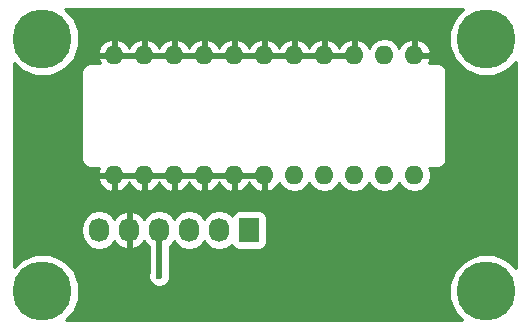
<source format=gbl>
G04 #@! TF.FileFunction,Copper,L2,Bot,Signal*
%FSLAX46Y46*%
G04 Gerber Fmt 4.6, Leading zero omitted, Abs format (unit mm)*
G04 Created by KiCad (PCBNEW 4.0.5+dfsg1-4) date Sat Mar 17 17:37:26 2018*
%MOMM*%
%LPD*%
G01*
G04 APERTURE LIST*
%ADD10C,0.100000*%
%ADD11R,1.727200X2.032000*%
%ADD12O,1.727200X2.032000*%
%ADD13O,1.600000X1.600000*%
%ADD14C,5.000000*%
%ADD15C,0.600000*%
%ADD16C,0.508000*%
%ADD17C,0.254000*%
G04 APERTURE END LIST*
D10*
D11*
X128264880Y-93297760D03*
D12*
X125724880Y-93297760D03*
X123184880Y-93297760D03*
X120644880Y-93297760D03*
X118104880Y-93297760D03*
X115564880Y-93297760D03*
D13*
X142240000Y-88646000D03*
X139700000Y-88646000D03*
X137160000Y-88646000D03*
X134620000Y-88646000D03*
X132080000Y-88646000D03*
X129540000Y-88646000D03*
X127000000Y-88646000D03*
X124460000Y-88646000D03*
X121920000Y-88646000D03*
X119380000Y-88646000D03*
X116840000Y-88646000D03*
X116840000Y-78486000D03*
X119380000Y-78486000D03*
X121920000Y-78486000D03*
X124460000Y-78486000D03*
X127000000Y-78486000D03*
X129540000Y-78486000D03*
X132080000Y-78486000D03*
X134620000Y-78486000D03*
X137160000Y-78486000D03*
X139700000Y-78486000D03*
X142240000Y-78486000D03*
D14*
X110764880Y-77097760D03*
X148364880Y-77097760D03*
X110764880Y-98497760D03*
X148364880Y-98497760D03*
D15*
X140064880Y-99097760D03*
X119264880Y-99597760D03*
X125064880Y-97097760D03*
X132364880Y-98697760D03*
X145364880Y-90997760D03*
X120664880Y-97197760D03*
D16*
X120644880Y-97177760D02*
X120664880Y-97197760D01*
X120644880Y-97177760D02*
X120644880Y-94097760D01*
D17*
G36*
X145708706Y-75319607D02*
X145230426Y-76471434D01*
X145229337Y-77718614D01*
X145705607Y-78871275D01*
X146586727Y-79753934D01*
X147738554Y-80232214D01*
X148985734Y-80233303D01*
X150138395Y-79757033D01*
X150854880Y-79041797D01*
X150854880Y-96554676D01*
X150143033Y-95841586D01*
X148991206Y-95363306D01*
X147744026Y-95362217D01*
X146591365Y-95838487D01*
X145708706Y-96719607D01*
X145230426Y-97871434D01*
X145229337Y-99118614D01*
X145705607Y-100271275D01*
X146321017Y-100887760D01*
X112808138Y-100887760D01*
X113421054Y-100275913D01*
X113899334Y-99124086D01*
X113900423Y-97876906D01*
X113424153Y-96724245D01*
X112543033Y-95841586D01*
X111391206Y-95363306D01*
X110144026Y-95362217D01*
X108991365Y-95838487D01*
X108374880Y-96453897D01*
X108374880Y-93113015D01*
X114066280Y-93113015D01*
X114066280Y-93482505D01*
X114180354Y-94055994D01*
X114505210Y-94542175D01*
X114991391Y-94867031D01*
X115564880Y-94981105D01*
X116138369Y-94867031D01*
X116624550Y-94542175D01*
X116831341Y-94232691D01*
X117202844Y-94648492D01*
X117730089Y-94902469D01*
X117745854Y-94905118D01*
X117977880Y-94783977D01*
X117977880Y-93424760D01*
X117957880Y-93424760D01*
X117957880Y-93170760D01*
X117977880Y-93170760D01*
X117977880Y-91811543D01*
X118231880Y-91811543D01*
X118231880Y-93170760D01*
X118251880Y-93170760D01*
X118251880Y-93424760D01*
X118231880Y-93424760D01*
X118231880Y-94783977D01*
X118463906Y-94905118D01*
X118479671Y-94902469D01*
X119006916Y-94648492D01*
X119378419Y-94232691D01*
X119585210Y-94542175D01*
X119755880Y-94656213D01*
X119755880Y-96948736D01*
X119730042Y-97010961D01*
X119729718Y-97382927D01*
X119871763Y-97726703D01*
X120134553Y-97989952D01*
X120478081Y-98132598D01*
X120850047Y-98132922D01*
X121193823Y-97990877D01*
X121457072Y-97728087D01*
X121599718Y-97384559D01*
X121600042Y-97012593D01*
X121533880Y-96852468D01*
X121533880Y-94656213D01*
X121704550Y-94542175D01*
X121914880Y-94227394D01*
X122125210Y-94542175D01*
X122611391Y-94867031D01*
X123184880Y-94981105D01*
X123758369Y-94867031D01*
X124244550Y-94542175D01*
X124454880Y-94227394D01*
X124665210Y-94542175D01*
X125151391Y-94867031D01*
X125724880Y-94981105D01*
X126298369Y-94867031D01*
X126784550Y-94542175D01*
X126794123Y-94527847D01*
X126798118Y-94549077D01*
X126937190Y-94765201D01*
X127149390Y-94910191D01*
X127401280Y-94961200D01*
X129128480Y-94961200D01*
X129363797Y-94916922D01*
X129579921Y-94777850D01*
X129724911Y-94565650D01*
X129775920Y-94313760D01*
X129775920Y-92281760D01*
X129731642Y-92046443D01*
X129592570Y-91830319D01*
X129380370Y-91685329D01*
X129128480Y-91634320D01*
X127401280Y-91634320D01*
X127165963Y-91678598D01*
X126949839Y-91817670D01*
X126804849Y-92029870D01*
X126796480Y-92071199D01*
X126784550Y-92053345D01*
X126298369Y-91728489D01*
X125724880Y-91614415D01*
X125151391Y-91728489D01*
X124665210Y-92053345D01*
X124454880Y-92368126D01*
X124244550Y-92053345D01*
X123758369Y-91728489D01*
X123184880Y-91614415D01*
X122611391Y-91728489D01*
X122125210Y-92053345D01*
X121914880Y-92368126D01*
X121704550Y-92053345D01*
X121218369Y-91728489D01*
X120644880Y-91614415D01*
X120071391Y-91728489D01*
X119585210Y-92053345D01*
X119378419Y-92362829D01*
X119006916Y-91947028D01*
X118479671Y-91693051D01*
X118463906Y-91690402D01*
X118231880Y-91811543D01*
X117977880Y-91811543D01*
X117745854Y-91690402D01*
X117730089Y-91693051D01*
X117202844Y-91947028D01*
X116831341Y-92362829D01*
X116624550Y-92053345D01*
X116138369Y-91728489D01*
X115564880Y-91614415D01*
X114991391Y-91728489D01*
X114505210Y-92053345D01*
X114180354Y-92539526D01*
X114066280Y-93113015D01*
X108374880Y-93113015D01*
X108374880Y-88995041D01*
X115448086Y-88995041D01*
X115687611Y-89501134D01*
X116102577Y-89877041D01*
X116490961Y-90037904D01*
X116713000Y-89915915D01*
X116713000Y-88773000D01*
X116967000Y-88773000D01*
X116967000Y-89915915D01*
X117189039Y-90037904D01*
X117577423Y-89877041D01*
X117992389Y-89501134D01*
X118110000Y-89252633D01*
X118227611Y-89501134D01*
X118642577Y-89877041D01*
X119030961Y-90037904D01*
X119253000Y-89915915D01*
X119253000Y-88773000D01*
X119507000Y-88773000D01*
X119507000Y-89915915D01*
X119729039Y-90037904D01*
X120117423Y-89877041D01*
X120532389Y-89501134D01*
X120650000Y-89252633D01*
X120767611Y-89501134D01*
X121182577Y-89877041D01*
X121570961Y-90037904D01*
X121793000Y-89915915D01*
X121793000Y-88773000D01*
X122047000Y-88773000D01*
X122047000Y-89915915D01*
X122269039Y-90037904D01*
X122657423Y-89877041D01*
X123072389Y-89501134D01*
X123190000Y-89252633D01*
X123307611Y-89501134D01*
X123722577Y-89877041D01*
X124110961Y-90037904D01*
X124333000Y-89915915D01*
X124333000Y-88773000D01*
X124587000Y-88773000D01*
X124587000Y-89915915D01*
X124809039Y-90037904D01*
X125197423Y-89877041D01*
X125612389Y-89501134D01*
X125730000Y-89252633D01*
X125847611Y-89501134D01*
X126262577Y-89877041D01*
X126650961Y-90037904D01*
X126873000Y-89915915D01*
X126873000Y-88773000D01*
X127127000Y-88773000D01*
X127127000Y-89915915D01*
X127349039Y-90037904D01*
X127737423Y-89877041D01*
X128152389Y-89501134D01*
X128270000Y-89252633D01*
X128387611Y-89501134D01*
X128802577Y-89877041D01*
X129190961Y-90037904D01*
X129413000Y-89915915D01*
X129413000Y-88773000D01*
X127127000Y-88773000D01*
X126873000Y-88773000D01*
X124587000Y-88773000D01*
X124333000Y-88773000D01*
X122047000Y-88773000D01*
X121793000Y-88773000D01*
X119507000Y-88773000D01*
X119253000Y-88773000D01*
X116967000Y-88773000D01*
X116713000Y-88773000D01*
X115569371Y-88773000D01*
X115448086Y-88995041D01*
X108374880Y-88995041D01*
X108374880Y-79141018D01*
X108986727Y-79753934D01*
X110138554Y-80232214D01*
X111385734Y-80233303D01*
X112197809Y-79897760D01*
X114054880Y-79897760D01*
X114054880Y-87297760D01*
X114108926Y-87569465D01*
X114262834Y-87799806D01*
X114493175Y-87953714D01*
X114764880Y-88007760D01*
X115584959Y-88007760D01*
X115448086Y-88296959D01*
X115569371Y-88519000D01*
X116713000Y-88519000D01*
X116713000Y-88499000D01*
X116967000Y-88499000D01*
X116967000Y-88519000D01*
X119253000Y-88519000D01*
X119253000Y-88499000D01*
X119507000Y-88499000D01*
X119507000Y-88519000D01*
X121793000Y-88519000D01*
X121793000Y-88499000D01*
X122047000Y-88499000D01*
X122047000Y-88519000D01*
X124333000Y-88519000D01*
X124333000Y-88499000D01*
X124587000Y-88499000D01*
X124587000Y-88519000D01*
X126873000Y-88519000D01*
X126873000Y-88499000D01*
X127127000Y-88499000D01*
X127127000Y-88519000D01*
X129413000Y-88519000D01*
X129413000Y-88499000D01*
X129667000Y-88499000D01*
X129667000Y-88519000D01*
X129687000Y-88519000D01*
X129687000Y-88773000D01*
X129667000Y-88773000D01*
X129667000Y-89915915D01*
X129889039Y-90037904D01*
X130277423Y-89877041D01*
X130692389Y-89501134D01*
X130795014Y-89284297D01*
X131065302Y-89688811D01*
X131530849Y-89999880D01*
X132080000Y-90109113D01*
X132629151Y-89999880D01*
X133094698Y-89688811D01*
X133350000Y-89306725D01*
X133605302Y-89688811D01*
X134070849Y-89999880D01*
X134620000Y-90109113D01*
X135169151Y-89999880D01*
X135634698Y-89688811D01*
X135890000Y-89306725D01*
X136145302Y-89688811D01*
X136610849Y-89999880D01*
X137160000Y-90109113D01*
X137709151Y-89999880D01*
X138174698Y-89688811D01*
X138430000Y-89306725D01*
X138685302Y-89688811D01*
X139150849Y-89999880D01*
X139700000Y-90109113D01*
X140249151Y-89999880D01*
X140714698Y-89688811D01*
X140970000Y-89306725D01*
X141225302Y-89688811D01*
X141690849Y-89999880D01*
X142240000Y-90109113D01*
X142789151Y-89999880D01*
X143254698Y-89688811D01*
X143565767Y-89223264D01*
X143675000Y-88674113D01*
X143675000Y-88617887D01*
X143565767Y-88068736D01*
X143525024Y-88007760D01*
X144264880Y-88007760D01*
X144536585Y-87953714D01*
X144766926Y-87799806D01*
X144920834Y-87569465D01*
X144974880Y-87297760D01*
X144974880Y-79897760D01*
X144920834Y-79626055D01*
X144766926Y-79395714D01*
X144536585Y-79241806D01*
X144264880Y-79187760D01*
X143464978Y-79187760D01*
X143631914Y-78835041D01*
X143510629Y-78613000D01*
X142367000Y-78613000D01*
X142367000Y-78633000D01*
X142113000Y-78633000D01*
X142113000Y-78613000D01*
X142093000Y-78613000D01*
X142093000Y-78359000D01*
X142113000Y-78359000D01*
X142113000Y-77216085D01*
X142367000Y-77216085D01*
X142367000Y-78359000D01*
X143510629Y-78359000D01*
X143631914Y-78136959D01*
X143392389Y-77630866D01*
X142977423Y-77254959D01*
X142589039Y-77094096D01*
X142367000Y-77216085D01*
X142113000Y-77216085D01*
X141890961Y-77094096D01*
X141502577Y-77254959D01*
X141087611Y-77630866D01*
X140984986Y-77847703D01*
X140714698Y-77443189D01*
X140249151Y-77132120D01*
X139700000Y-77022887D01*
X139150849Y-77132120D01*
X138685302Y-77443189D01*
X138415014Y-77847703D01*
X138312389Y-77630866D01*
X137897423Y-77254959D01*
X137509039Y-77094096D01*
X137287000Y-77216085D01*
X137287000Y-78359000D01*
X137307000Y-78359000D01*
X137307000Y-78613000D01*
X137287000Y-78613000D01*
X137287000Y-78633000D01*
X137033000Y-78633000D01*
X137033000Y-78613000D01*
X134747000Y-78613000D01*
X134747000Y-78633000D01*
X134493000Y-78633000D01*
X134493000Y-78613000D01*
X132207000Y-78613000D01*
X132207000Y-78633000D01*
X131953000Y-78633000D01*
X131953000Y-78613000D01*
X129667000Y-78613000D01*
X129667000Y-78633000D01*
X129413000Y-78633000D01*
X129413000Y-78613000D01*
X127127000Y-78613000D01*
X127127000Y-78633000D01*
X126873000Y-78633000D01*
X126873000Y-78613000D01*
X124587000Y-78613000D01*
X124587000Y-78633000D01*
X124333000Y-78633000D01*
X124333000Y-78613000D01*
X122047000Y-78613000D01*
X122047000Y-78633000D01*
X121793000Y-78633000D01*
X121793000Y-78613000D01*
X119507000Y-78613000D01*
X119507000Y-78633000D01*
X119253000Y-78633000D01*
X119253000Y-78613000D01*
X116967000Y-78613000D01*
X116967000Y-78633000D01*
X116713000Y-78633000D01*
X116713000Y-78613000D01*
X115569371Y-78613000D01*
X115448086Y-78835041D01*
X115615022Y-79187760D01*
X114764880Y-79187760D01*
X114493175Y-79241806D01*
X114262834Y-79395714D01*
X114108926Y-79626055D01*
X114054880Y-79897760D01*
X112197809Y-79897760D01*
X112538395Y-79757033D01*
X113421054Y-78875913D01*
X113727894Y-78136959D01*
X115448086Y-78136959D01*
X115569371Y-78359000D01*
X116713000Y-78359000D01*
X116713000Y-77216085D01*
X116967000Y-77216085D01*
X116967000Y-78359000D01*
X119253000Y-78359000D01*
X119253000Y-77216085D01*
X119507000Y-77216085D01*
X119507000Y-78359000D01*
X121793000Y-78359000D01*
X121793000Y-77216085D01*
X122047000Y-77216085D01*
X122047000Y-78359000D01*
X124333000Y-78359000D01*
X124333000Y-77216085D01*
X124587000Y-77216085D01*
X124587000Y-78359000D01*
X126873000Y-78359000D01*
X126873000Y-77216085D01*
X127127000Y-77216085D01*
X127127000Y-78359000D01*
X129413000Y-78359000D01*
X129413000Y-77216085D01*
X129667000Y-77216085D01*
X129667000Y-78359000D01*
X131953000Y-78359000D01*
X131953000Y-77216085D01*
X132207000Y-77216085D01*
X132207000Y-78359000D01*
X134493000Y-78359000D01*
X134493000Y-77216085D01*
X134747000Y-77216085D01*
X134747000Y-78359000D01*
X137033000Y-78359000D01*
X137033000Y-77216085D01*
X136810961Y-77094096D01*
X136422577Y-77254959D01*
X136007611Y-77630866D01*
X135890000Y-77879367D01*
X135772389Y-77630866D01*
X135357423Y-77254959D01*
X134969039Y-77094096D01*
X134747000Y-77216085D01*
X134493000Y-77216085D01*
X134270961Y-77094096D01*
X133882577Y-77254959D01*
X133467611Y-77630866D01*
X133350000Y-77879367D01*
X133232389Y-77630866D01*
X132817423Y-77254959D01*
X132429039Y-77094096D01*
X132207000Y-77216085D01*
X131953000Y-77216085D01*
X131730961Y-77094096D01*
X131342577Y-77254959D01*
X130927611Y-77630866D01*
X130810000Y-77879367D01*
X130692389Y-77630866D01*
X130277423Y-77254959D01*
X129889039Y-77094096D01*
X129667000Y-77216085D01*
X129413000Y-77216085D01*
X129190961Y-77094096D01*
X128802577Y-77254959D01*
X128387611Y-77630866D01*
X128270000Y-77879367D01*
X128152389Y-77630866D01*
X127737423Y-77254959D01*
X127349039Y-77094096D01*
X127127000Y-77216085D01*
X126873000Y-77216085D01*
X126650961Y-77094096D01*
X126262577Y-77254959D01*
X125847611Y-77630866D01*
X125730000Y-77879367D01*
X125612389Y-77630866D01*
X125197423Y-77254959D01*
X124809039Y-77094096D01*
X124587000Y-77216085D01*
X124333000Y-77216085D01*
X124110961Y-77094096D01*
X123722577Y-77254959D01*
X123307611Y-77630866D01*
X123190000Y-77879367D01*
X123072389Y-77630866D01*
X122657423Y-77254959D01*
X122269039Y-77094096D01*
X122047000Y-77216085D01*
X121793000Y-77216085D01*
X121570961Y-77094096D01*
X121182577Y-77254959D01*
X120767611Y-77630866D01*
X120650000Y-77879367D01*
X120532389Y-77630866D01*
X120117423Y-77254959D01*
X119729039Y-77094096D01*
X119507000Y-77216085D01*
X119253000Y-77216085D01*
X119030961Y-77094096D01*
X118642577Y-77254959D01*
X118227611Y-77630866D01*
X118110000Y-77879367D01*
X117992389Y-77630866D01*
X117577423Y-77254959D01*
X117189039Y-77094096D01*
X116967000Y-77216085D01*
X116713000Y-77216085D01*
X116490961Y-77094096D01*
X116102577Y-77254959D01*
X115687611Y-77630866D01*
X115448086Y-78136959D01*
X113727894Y-78136959D01*
X113899334Y-77724086D01*
X113900423Y-76476906D01*
X113424153Y-75324245D01*
X112708917Y-74607760D01*
X146421796Y-74607760D01*
X145708706Y-75319607D01*
X145708706Y-75319607D01*
G37*
X145708706Y-75319607D02*
X145230426Y-76471434D01*
X145229337Y-77718614D01*
X145705607Y-78871275D01*
X146586727Y-79753934D01*
X147738554Y-80232214D01*
X148985734Y-80233303D01*
X150138395Y-79757033D01*
X150854880Y-79041797D01*
X150854880Y-96554676D01*
X150143033Y-95841586D01*
X148991206Y-95363306D01*
X147744026Y-95362217D01*
X146591365Y-95838487D01*
X145708706Y-96719607D01*
X145230426Y-97871434D01*
X145229337Y-99118614D01*
X145705607Y-100271275D01*
X146321017Y-100887760D01*
X112808138Y-100887760D01*
X113421054Y-100275913D01*
X113899334Y-99124086D01*
X113900423Y-97876906D01*
X113424153Y-96724245D01*
X112543033Y-95841586D01*
X111391206Y-95363306D01*
X110144026Y-95362217D01*
X108991365Y-95838487D01*
X108374880Y-96453897D01*
X108374880Y-93113015D01*
X114066280Y-93113015D01*
X114066280Y-93482505D01*
X114180354Y-94055994D01*
X114505210Y-94542175D01*
X114991391Y-94867031D01*
X115564880Y-94981105D01*
X116138369Y-94867031D01*
X116624550Y-94542175D01*
X116831341Y-94232691D01*
X117202844Y-94648492D01*
X117730089Y-94902469D01*
X117745854Y-94905118D01*
X117977880Y-94783977D01*
X117977880Y-93424760D01*
X117957880Y-93424760D01*
X117957880Y-93170760D01*
X117977880Y-93170760D01*
X117977880Y-91811543D01*
X118231880Y-91811543D01*
X118231880Y-93170760D01*
X118251880Y-93170760D01*
X118251880Y-93424760D01*
X118231880Y-93424760D01*
X118231880Y-94783977D01*
X118463906Y-94905118D01*
X118479671Y-94902469D01*
X119006916Y-94648492D01*
X119378419Y-94232691D01*
X119585210Y-94542175D01*
X119755880Y-94656213D01*
X119755880Y-96948736D01*
X119730042Y-97010961D01*
X119729718Y-97382927D01*
X119871763Y-97726703D01*
X120134553Y-97989952D01*
X120478081Y-98132598D01*
X120850047Y-98132922D01*
X121193823Y-97990877D01*
X121457072Y-97728087D01*
X121599718Y-97384559D01*
X121600042Y-97012593D01*
X121533880Y-96852468D01*
X121533880Y-94656213D01*
X121704550Y-94542175D01*
X121914880Y-94227394D01*
X122125210Y-94542175D01*
X122611391Y-94867031D01*
X123184880Y-94981105D01*
X123758369Y-94867031D01*
X124244550Y-94542175D01*
X124454880Y-94227394D01*
X124665210Y-94542175D01*
X125151391Y-94867031D01*
X125724880Y-94981105D01*
X126298369Y-94867031D01*
X126784550Y-94542175D01*
X126794123Y-94527847D01*
X126798118Y-94549077D01*
X126937190Y-94765201D01*
X127149390Y-94910191D01*
X127401280Y-94961200D01*
X129128480Y-94961200D01*
X129363797Y-94916922D01*
X129579921Y-94777850D01*
X129724911Y-94565650D01*
X129775920Y-94313760D01*
X129775920Y-92281760D01*
X129731642Y-92046443D01*
X129592570Y-91830319D01*
X129380370Y-91685329D01*
X129128480Y-91634320D01*
X127401280Y-91634320D01*
X127165963Y-91678598D01*
X126949839Y-91817670D01*
X126804849Y-92029870D01*
X126796480Y-92071199D01*
X126784550Y-92053345D01*
X126298369Y-91728489D01*
X125724880Y-91614415D01*
X125151391Y-91728489D01*
X124665210Y-92053345D01*
X124454880Y-92368126D01*
X124244550Y-92053345D01*
X123758369Y-91728489D01*
X123184880Y-91614415D01*
X122611391Y-91728489D01*
X122125210Y-92053345D01*
X121914880Y-92368126D01*
X121704550Y-92053345D01*
X121218369Y-91728489D01*
X120644880Y-91614415D01*
X120071391Y-91728489D01*
X119585210Y-92053345D01*
X119378419Y-92362829D01*
X119006916Y-91947028D01*
X118479671Y-91693051D01*
X118463906Y-91690402D01*
X118231880Y-91811543D01*
X117977880Y-91811543D01*
X117745854Y-91690402D01*
X117730089Y-91693051D01*
X117202844Y-91947028D01*
X116831341Y-92362829D01*
X116624550Y-92053345D01*
X116138369Y-91728489D01*
X115564880Y-91614415D01*
X114991391Y-91728489D01*
X114505210Y-92053345D01*
X114180354Y-92539526D01*
X114066280Y-93113015D01*
X108374880Y-93113015D01*
X108374880Y-88995041D01*
X115448086Y-88995041D01*
X115687611Y-89501134D01*
X116102577Y-89877041D01*
X116490961Y-90037904D01*
X116713000Y-89915915D01*
X116713000Y-88773000D01*
X116967000Y-88773000D01*
X116967000Y-89915915D01*
X117189039Y-90037904D01*
X117577423Y-89877041D01*
X117992389Y-89501134D01*
X118110000Y-89252633D01*
X118227611Y-89501134D01*
X118642577Y-89877041D01*
X119030961Y-90037904D01*
X119253000Y-89915915D01*
X119253000Y-88773000D01*
X119507000Y-88773000D01*
X119507000Y-89915915D01*
X119729039Y-90037904D01*
X120117423Y-89877041D01*
X120532389Y-89501134D01*
X120650000Y-89252633D01*
X120767611Y-89501134D01*
X121182577Y-89877041D01*
X121570961Y-90037904D01*
X121793000Y-89915915D01*
X121793000Y-88773000D01*
X122047000Y-88773000D01*
X122047000Y-89915915D01*
X122269039Y-90037904D01*
X122657423Y-89877041D01*
X123072389Y-89501134D01*
X123190000Y-89252633D01*
X123307611Y-89501134D01*
X123722577Y-89877041D01*
X124110961Y-90037904D01*
X124333000Y-89915915D01*
X124333000Y-88773000D01*
X124587000Y-88773000D01*
X124587000Y-89915915D01*
X124809039Y-90037904D01*
X125197423Y-89877041D01*
X125612389Y-89501134D01*
X125730000Y-89252633D01*
X125847611Y-89501134D01*
X126262577Y-89877041D01*
X126650961Y-90037904D01*
X126873000Y-89915915D01*
X126873000Y-88773000D01*
X127127000Y-88773000D01*
X127127000Y-89915915D01*
X127349039Y-90037904D01*
X127737423Y-89877041D01*
X128152389Y-89501134D01*
X128270000Y-89252633D01*
X128387611Y-89501134D01*
X128802577Y-89877041D01*
X129190961Y-90037904D01*
X129413000Y-89915915D01*
X129413000Y-88773000D01*
X127127000Y-88773000D01*
X126873000Y-88773000D01*
X124587000Y-88773000D01*
X124333000Y-88773000D01*
X122047000Y-88773000D01*
X121793000Y-88773000D01*
X119507000Y-88773000D01*
X119253000Y-88773000D01*
X116967000Y-88773000D01*
X116713000Y-88773000D01*
X115569371Y-88773000D01*
X115448086Y-88995041D01*
X108374880Y-88995041D01*
X108374880Y-79141018D01*
X108986727Y-79753934D01*
X110138554Y-80232214D01*
X111385734Y-80233303D01*
X112197809Y-79897760D01*
X114054880Y-79897760D01*
X114054880Y-87297760D01*
X114108926Y-87569465D01*
X114262834Y-87799806D01*
X114493175Y-87953714D01*
X114764880Y-88007760D01*
X115584959Y-88007760D01*
X115448086Y-88296959D01*
X115569371Y-88519000D01*
X116713000Y-88519000D01*
X116713000Y-88499000D01*
X116967000Y-88499000D01*
X116967000Y-88519000D01*
X119253000Y-88519000D01*
X119253000Y-88499000D01*
X119507000Y-88499000D01*
X119507000Y-88519000D01*
X121793000Y-88519000D01*
X121793000Y-88499000D01*
X122047000Y-88499000D01*
X122047000Y-88519000D01*
X124333000Y-88519000D01*
X124333000Y-88499000D01*
X124587000Y-88499000D01*
X124587000Y-88519000D01*
X126873000Y-88519000D01*
X126873000Y-88499000D01*
X127127000Y-88499000D01*
X127127000Y-88519000D01*
X129413000Y-88519000D01*
X129413000Y-88499000D01*
X129667000Y-88499000D01*
X129667000Y-88519000D01*
X129687000Y-88519000D01*
X129687000Y-88773000D01*
X129667000Y-88773000D01*
X129667000Y-89915915D01*
X129889039Y-90037904D01*
X130277423Y-89877041D01*
X130692389Y-89501134D01*
X130795014Y-89284297D01*
X131065302Y-89688811D01*
X131530849Y-89999880D01*
X132080000Y-90109113D01*
X132629151Y-89999880D01*
X133094698Y-89688811D01*
X133350000Y-89306725D01*
X133605302Y-89688811D01*
X134070849Y-89999880D01*
X134620000Y-90109113D01*
X135169151Y-89999880D01*
X135634698Y-89688811D01*
X135890000Y-89306725D01*
X136145302Y-89688811D01*
X136610849Y-89999880D01*
X137160000Y-90109113D01*
X137709151Y-89999880D01*
X138174698Y-89688811D01*
X138430000Y-89306725D01*
X138685302Y-89688811D01*
X139150849Y-89999880D01*
X139700000Y-90109113D01*
X140249151Y-89999880D01*
X140714698Y-89688811D01*
X140970000Y-89306725D01*
X141225302Y-89688811D01*
X141690849Y-89999880D01*
X142240000Y-90109113D01*
X142789151Y-89999880D01*
X143254698Y-89688811D01*
X143565767Y-89223264D01*
X143675000Y-88674113D01*
X143675000Y-88617887D01*
X143565767Y-88068736D01*
X143525024Y-88007760D01*
X144264880Y-88007760D01*
X144536585Y-87953714D01*
X144766926Y-87799806D01*
X144920834Y-87569465D01*
X144974880Y-87297760D01*
X144974880Y-79897760D01*
X144920834Y-79626055D01*
X144766926Y-79395714D01*
X144536585Y-79241806D01*
X144264880Y-79187760D01*
X143464978Y-79187760D01*
X143631914Y-78835041D01*
X143510629Y-78613000D01*
X142367000Y-78613000D01*
X142367000Y-78633000D01*
X142113000Y-78633000D01*
X142113000Y-78613000D01*
X142093000Y-78613000D01*
X142093000Y-78359000D01*
X142113000Y-78359000D01*
X142113000Y-77216085D01*
X142367000Y-77216085D01*
X142367000Y-78359000D01*
X143510629Y-78359000D01*
X143631914Y-78136959D01*
X143392389Y-77630866D01*
X142977423Y-77254959D01*
X142589039Y-77094096D01*
X142367000Y-77216085D01*
X142113000Y-77216085D01*
X141890961Y-77094096D01*
X141502577Y-77254959D01*
X141087611Y-77630866D01*
X140984986Y-77847703D01*
X140714698Y-77443189D01*
X140249151Y-77132120D01*
X139700000Y-77022887D01*
X139150849Y-77132120D01*
X138685302Y-77443189D01*
X138415014Y-77847703D01*
X138312389Y-77630866D01*
X137897423Y-77254959D01*
X137509039Y-77094096D01*
X137287000Y-77216085D01*
X137287000Y-78359000D01*
X137307000Y-78359000D01*
X137307000Y-78613000D01*
X137287000Y-78613000D01*
X137287000Y-78633000D01*
X137033000Y-78633000D01*
X137033000Y-78613000D01*
X134747000Y-78613000D01*
X134747000Y-78633000D01*
X134493000Y-78633000D01*
X134493000Y-78613000D01*
X132207000Y-78613000D01*
X132207000Y-78633000D01*
X131953000Y-78633000D01*
X131953000Y-78613000D01*
X129667000Y-78613000D01*
X129667000Y-78633000D01*
X129413000Y-78633000D01*
X129413000Y-78613000D01*
X127127000Y-78613000D01*
X127127000Y-78633000D01*
X126873000Y-78633000D01*
X126873000Y-78613000D01*
X124587000Y-78613000D01*
X124587000Y-78633000D01*
X124333000Y-78633000D01*
X124333000Y-78613000D01*
X122047000Y-78613000D01*
X122047000Y-78633000D01*
X121793000Y-78633000D01*
X121793000Y-78613000D01*
X119507000Y-78613000D01*
X119507000Y-78633000D01*
X119253000Y-78633000D01*
X119253000Y-78613000D01*
X116967000Y-78613000D01*
X116967000Y-78633000D01*
X116713000Y-78633000D01*
X116713000Y-78613000D01*
X115569371Y-78613000D01*
X115448086Y-78835041D01*
X115615022Y-79187760D01*
X114764880Y-79187760D01*
X114493175Y-79241806D01*
X114262834Y-79395714D01*
X114108926Y-79626055D01*
X114054880Y-79897760D01*
X112197809Y-79897760D01*
X112538395Y-79757033D01*
X113421054Y-78875913D01*
X113727894Y-78136959D01*
X115448086Y-78136959D01*
X115569371Y-78359000D01*
X116713000Y-78359000D01*
X116713000Y-77216085D01*
X116967000Y-77216085D01*
X116967000Y-78359000D01*
X119253000Y-78359000D01*
X119253000Y-77216085D01*
X119507000Y-77216085D01*
X119507000Y-78359000D01*
X121793000Y-78359000D01*
X121793000Y-77216085D01*
X122047000Y-77216085D01*
X122047000Y-78359000D01*
X124333000Y-78359000D01*
X124333000Y-77216085D01*
X124587000Y-77216085D01*
X124587000Y-78359000D01*
X126873000Y-78359000D01*
X126873000Y-77216085D01*
X127127000Y-77216085D01*
X127127000Y-78359000D01*
X129413000Y-78359000D01*
X129413000Y-77216085D01*
X129667000Y-77216085D01*
X129667000Y-78359000D01*
X131953000Y-78359000D01*
X131953000Y-77216085D01*
X132207000Y-77216085D01*
X132207000Y-78359000D01*
X134493000Y-78359000D01*
X134493000Y-77216085D01*
X134747000Y-77216085D01*
X134747000Y-78359000D01*
X137033000Y-78359000D01*
X137033000Y-77216085D01*
X136810961Y-77094096D01*
X136422577Y-77254959D01*
X136007611Y-77630866D01*
X135890000Y-77879367D01*
X135772389Y-77630866D01*
X135357423Y-77254959D01*
X134969039Y-77094096D01*
X134747000Y-77216085D01*
X134493000Y-77216085D01*
X134270961Y-77094096D01*
X133882577Y-77254959D01*
X133467611Y-77630866D01*
X133350000Y-77879367D01*
X133232389Y-77630866D01*
X132817423Y-77254959D01*
X132429039Y-77094096D01*
X132207000Y-77216085D01*
X131953000Y-77216085D01*
X131730961Y-77094096D01*
X131342577Y-77254959D01*
X130927611Y-77630866D01*
X130810000Y-77879367D01*
X130692389Y-77630866D01*
X130277423Y-77254959D01*
X129889039Y-77094096D01*
X129667000Y-77216085D01*
X129413000Y-77216085D01*
X129190961Y-77094096D01*
X128802577Y-77254959D01*
X128387611Y-77630866D01*
X128270000Y-77879367D01*
X128152389Y-77630866D01*
X127737423Y-77254959D01*
X127349039Y-77094096D01*
X127127000Y-77216085D01*
X126873000Y-77216085D01*
X126650961Y-77094096D01*
X126262577Y-77254959D01*
X125847611Y-77630866D01*
X125730000Y-77879367D01*
X125612389Y-77630866D01*
X125197423Y-77254959D01*
X124809039Y-77094096D01*
X124587000Y-77216085D01*
X124333000Y-77216085D01*
X124110961Y-77094096D01*
X123722577Y-77254959D01*
X123307611Y-77630866D01*
X123190000Y-77879367D01*
X123072389Y-77630866D01*
X122657423Y-77254959D01*
X122269039Y-77094096D01*
X122047000Y-77216085D01*
X121793000Y-77216085D01*
X121570961Y-77094096D01*
X121182577Y-77254959D01*
X120767611Y-77630866D01*
X120650000Y-77879367D01*
X120532389Y-77630866D01*
X120117423Y-77254959D01*
X119729039Y-77094096D01*
X119507000Y-77216085D01*
X119253000Y-77216085D01*
X119030961Y-77094096D01*
X118642577Y-77254959D01*
X118227611Y-77630866D01*
X118110000Y-77879367D01*
X117992389Y-77630866D01*
X117577423Y-77254959D01*
X117189039Y-77094096D01*
X116967000Y-77216085D01*
X116713000Y-77216085D01*
X116490961Y-77094096D01*
X116102577Y-77254959D01*
X115687611Y-77630866D01*
X115448086Y-78136959D01*
X113727894Y-78136959D01*
X113899334Y-77724086D01*
X113900423Y-76476906D01*
X113424153Y-75324245D01*
X112708917Y-74607760D01*
X146421796Y-74607760D01*
X145708706Y-75319607D01*
M02*

</source>
